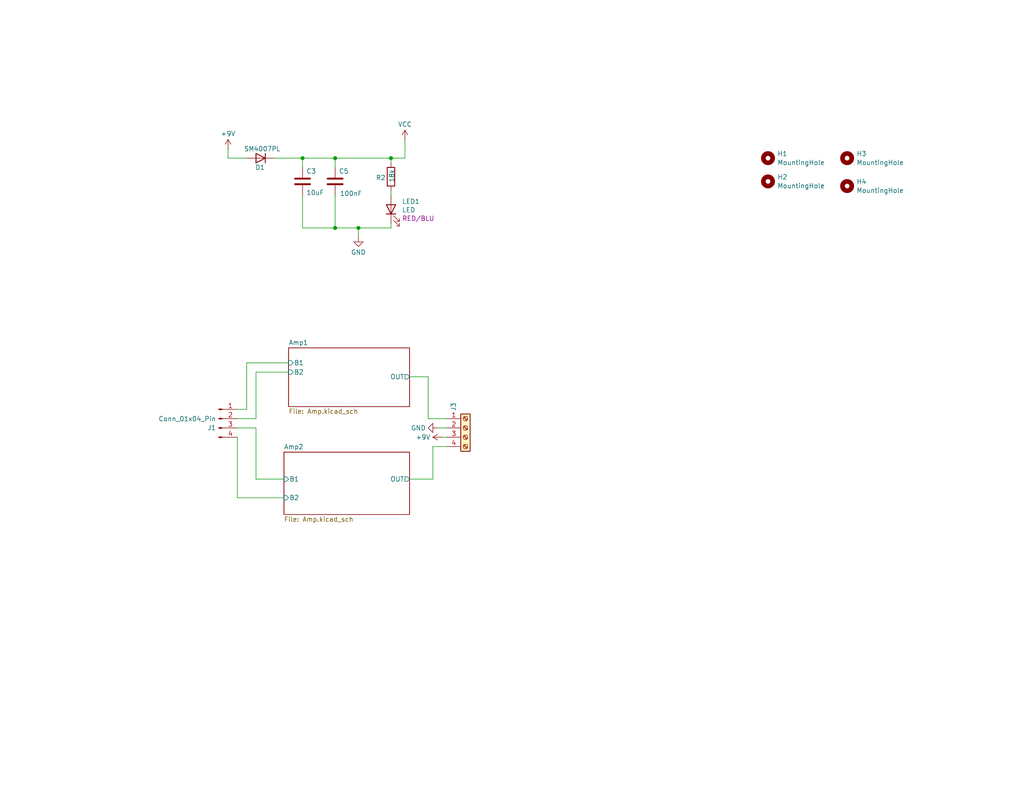
<source format=kicad_sch>
(kicad_sch (version 20231120) (generator "eeschema") (generator_version "8.0")
  (paper "USLetter")
  (title_block (title "Dual Strain Guage Amp") (date "2025-01-22") (rev "V1.0") (company "Gannon University") (comment 1 "DESIGN:  Jake Lehotsky") (comment 2 "ENGINEERING: Matteo Tomasi"))
  (lib_symbols
    (symbol "Connector:Conn_01x04_Pin" (pin_names (offset 1.016) hide)
      (property "Reference" "J" (at 0 5.08 0))
      (property "Value" "Conn_01x04_Pin" (at 0 -7.62 0))
      (symbol "Conn_01x04_Pin_1_1"
        (polyline (pts (xy 1.27 -5.08) (xy 0.8636 -5.08)) (stroke (width 0.1524)))
        (polyline (pts (xy 1.27 -2.54) (xy 0.8636 -2.54)) (stroke (width 0.1524)))
        (polyline (pts (xy 1.27 0) (xy 0.8636 0)) (stroke (width 0.1524)))
        (polyline (pts (xy 1.27 2.54) (xy 0.8636 2.54)) (stroke (width 0.1524)))
        (rectangle (start 0.8636 -4.953) (end 0 -5.207) (stroke (width 0.1524)) (fill (type outline)))
        (rectangle (start 0.8636 -2.413) (end 0 -2.667) (stroke (width 0.1524)) (fill (type outline)))
        (rectangle (start 0.8636 0.127) (end 0 -0.127) (stroke (width 0.1524)) (fill (type outline)))
        (rectangle (start 0.8636 2.667) (end 0 2.413) (stroke (width 0.1524)) (fill (type outline)))
        (pin passive line (at 5.08 2.54 180) (length 3.81) (name "Pin_1") (number "1"))
        (pin passive line (at 5.08 0 180) (length 3.81) (name "Pin_2") (number "2"))
        (pin passive line (at 5.08 -2.54 180) (length 3.81) (name "Pin_3") (number "3"))
        (pin passive line (at 5.08 -5.08 180) (length 3.81) (name "Pin_4") (number "4"))
      )
    )
    (symbol "Connector:Screw_Terminal_01x04" (pin_names (offset 1.016) hide)
      (property "Reference" "J" (at 0 5.08 0))
      (property "Value" "Screw_Terminal_01x04" (at 0 -7.62 0))
      (symbol "Screw_Terminal_01x04_1_1"
        (rectangle (start -1.27 3.81) (end 1.27 -6.35) (stroke (width 0.254)) (fill (type background)))
        (circle (center 0 -5.08) (radius 0.635) (stroke (width 0.1524)))
        (circle (center 0 -2.54) (radius 0.635) (stroke (width 0.1524)))
        (polyline (pts (xy -0.5334 -4.7498) (xy 0.3302 -5.588)) (stroke (width 0.1524)))
        (polyline (pts (xy -0.5334 -2.2098) (xy 0.3302 -3.048)) (stroke (width 0.1524)))
        (polyline (pts (xy -0.5334 0.3302) (xy 0.3302 -0.508)) (stroke (width 0.1524)))
        (polyline (pts (xy -0.5334 2.8702) (xy 0.3302 2.032)) (stroke (width 0.1524)))
        (polyline (pts (xy -0.3556 -4.572) (xy 0.508 -5.4102)) (stroke (width 0.1524)))
        (polyline (pts (xy -0.3556 -2.032) (xy 0.508 -2.8702)) (stroke (width 0.1524)))
        (polyline (pts (xy -0.3556 0.508) (xy 0.508 -0.3302)) (stroke (width 0.1524)))
        (polyline (pts (xy -0.3556 3.048) (xy 0.508 2.2098)) (stroke (width 0.1524)))
        (circle (center 0 0) (radius 0.635) (stroke (width 0.1524)))
        (circle (center 0 2.54) (radius 0.635) (stroke (width 0.1524)))
        (pin passive line (at -5.08 2.54 0) (length 3.81) (name "Pin_1") (number "1"))
        (pin passive line (at -5.08 0 0) (length 3.81) (name "Pin_2") (number "2"))
        (pin passive line (at -5.08 -2.54 0) (length 3.81) (name "Pin_3") (number "3"))
        (pin passive line (at -5.08 -5.08 0) (length 3.81) (name "Pin_4") (number "4"))
      )
    )
    (symbol "Device:C" (pin_numbers hide) (pin_names (offset 0.254))
      (property "Reference" "C" (at 0.635 2.54 0))
      (property "Value" "C" (at 0.635 -2.54 0))
      (symbol "C_0_1"
        (polyline (pts (xy -2.032 -0.762) (xy 2.032 -0.762)) (stroke (width 0.508)))
        (polyline (pts (xy -2.032 0.762) (xy 2.032 0.762)) (stroke (width 0.508)))
      )
      (symbol "C_1_1"
        (pin passive line (at 0 3.81 270) (length 2.794) (name "~") (number "1"))
        (pin passive line (at 0 -3.81 90) (length 2.794) (name "~") (number "2"))
      )
    )
    (symbol "Device:D" (pin_numbers hide) (pin_names (offset 1.016) hide)
      (property "Reference" "D" (at 0 2.54 0))
      (property "Value" "D" (at 0 -2.54 0))
      (symbol "D_0_1"
        (polyline (pts (xy -1.27 1.27) (xy -1.27 -1.27)) (stroke (width 0.254)))
        (polyline (pts (xy 1.27 0) (xy -1.27 0)))
        (polyline (pts (xy 1.27 1.27) (xy 1.27 -1.27) (xy -1.27 0) (xy 1.27 1.27)) (stroke (width 0.254)))
      )
      (symbol "D_1_1"
        (pin passive line (at -3.81 0 0) (length 2.54) (name "K") (number "1"))
        (pin passive line (at 3.81 0 180) (length 2.54) (name "A") (number "2"))
      )
    )
    (symbol "Device:LED" (pin_numbers hide) (pin_names (offset 1.016) hide)
      (property "Reference" "D" (at 0 2.54 0))
      (property "Value" "LED" (at 0 -2.54 0))
      (symbol "LED_0_1"
        (polyline (pts (xy -1.27 -1.27) (xy -1.27 1.27)) (stroke (width 0.254)))
        (polyline (pts (xy -1.27 0) (xy 1.27 0)))
        (polyline (pts (xy 1.27 -1.27) (xy 1.27 1.27) (xy -1.27 0) (xy 1.27 -1.27)) (stroke (width 0.254)))
        (polyline (pts (xy -3.048 -0.762) (xy -4.572 -2.286) (xy -3.81 -2.286) (xy -4.572 -2.286) (xy -4.572 -1.524)))
        (polyline (pts (xy -1.778 -0.762) (xy -3.302 -2.286) (xy -2.54 -2.286) (xy -3.302 -2.286) (xy -3.302 -1.524)))
      )
      (symbol "LED_1_1"
        (pin passive line (at -3.81 0 0) (length 2.54) (name "K") (number "1"))
        (pin passive line (at 3.81 0 180) (length 2.54) (name "A") (number "2"))
      )
    )
    (symbol "Device:R" (pin_numbers hide) (pin_names (offset 0))
      (property "Reference" "R" (at 2.032 0 90))
      (property "Value" "R" (at 0 0 90))
      (symbol "R_0_1"
        (rectangle (start -1.016 -2.54) (end 1.016 2.54) (stroke (width 0.254)))
      )
      (symbol "R_1_1"
        (pin passive line (at 0 3.81 270) (length 1.27) (name "~") (number "1"))
        (pin passive line (at 0 -3.81 90) (length 1.27) (name "~") (number "2"))
      )
    )
    (symbol "Mechanical:MountingHole" (pin_names (offset 1.016)) (exclude_from_sim yes) (in_bom no)
      (property "Reference" "H" (at 0 5.08 0))
      (property "Value" "MountingHole" (at 0 3.175 0))
      (symbol "MountingHole_0_1"
        (circle (center 0 0) (radius 1.27) (stroke (width 1.27)))
      )
    )
    (symbol "power:+9V" (power) (pin_numbers hide) (pin_names (offset 0) hide)
      (property "Value" "+9V" (at 0 3.556 0))
      (symbol "+9V_0_1"
        (polyline (pts (xy -0.762 1.27) (xy 0 2.54)))
        (polyline (pts (xy 0 0) (xy 0 2.54)))
        (polyline (pts (xy 0 2.54) (xy 0.762 1.27)))
      )
      (symbol "+9V_1_1"
        (pin power_in line (at 0 0 90) (length 0) (name "~") (number "1"))
      )
    )
    (symbol "power:GND" (power) (pin_names (offset 0))
      (property "Value" "GND" (at 0 -3.81 0))
      (symbol "GND_0_1"
        (polyline (pts (xy 0 0) (xy 0 -1.27) (xy 1.27 -1.27) (xy 0 -2.54) (xy -1.27 -1.27) (xy 0 -1.27)))
      )
      (symbol "GND_1_1"
        (pin power_in line (at 0 0 270) (length 0) hide (name "GND") (number "1"))
      )
    )
    (symbol "power:VCC" (power) (pin_numbers hide) (pin_names (offset 0) hide)
      (property "Value" "VCC" (at 0 3.556 0))
      (symbol "VCC_0_1"
        (polyline (pts (xy -0.762 1.27) (xy 0 2.54)))
        (polyline (pts (xy 0 0) (xy 0 2.54)))
        (polyline (pts (xy 0 2.54) (xy 0.762 1.27)))
      )
      (symbol "VCC_1_1"
        (pin power_in line (at 0 0 90) (length 0) (name "~") (number "1"))
      )
    )
  )
  (junction (at 82.55 43.18))
  (junction (at 91.44 62.23))
  (junction (at 106.68 43.18))
  (junction (at 97.79 62.23))
  (junction (at 91.44 43.18))
  (wire (pts (xy 74.93 43.18) (xy 82.55 43.18)))
  (wire (pts (xy 69.85 130.81) (xy 77.47 130.81)))
  (wire (pts (xy 69.85 101.6) (xy 69.85 114.3)))
  (wire (pts (xy 69.85 116.84) (xy 69.85 130.81)))
  (wire (pts (xy 97.79 62.23) (xy 106.68 62.23)))
  (wire (pts (xy 64.77 116.84) (xy 69.85 116.84)))
  (wire (pts (xy 82.55 62.23) (xy 91.44 62.23)))
  (wire (pts (xy 91.44 45.72) (xy 91.44 43.18)))
  (wire (pts (xy 111.76 102.87) (xy 116.84 102.87)))
  (wire (pts (xy 121.92 121.92) (xy 118.11 121.92)))
  (wire (pts (xy 64.77 135.89) (xy 77.47 135.89)))
  (wire (pts (xy 62.23 40.64) (xy 62.23 43.18)))
  (wire (pts (xy 67.31 99.06) (xy 78.74 99.06)))
  (wire (pts (xy 78.74 101.6) (xy 69.85 101.6)))
  (wire (pts (xy 106.68 62.23) (xy 106.68 60.96)))
  (wire (pts (xy 91.44 62.23) (xy 97.79 62.23)))
  (wire (pts (xy 82.55 43.18) (xy 91.44 43.18)))
  (wire (pts (xy 82.55 53.34) (xy 82.55 62.23)))
  (wire (pts (xy 111.76 130.81) (xy 118.11 130.81)))
  (wire (pts (xy 67.31 99.06) (xy 67.31 111.76)))
  (wire (pts (xy 106.68 43.18) (xy 110.49 43.18)))
  (wire (pts (xy 118.11 121.92) (xy 118.11 130.81)))
  (wire (pts (xy 106.68 44.45) (xy 106.68 43.18)))
  (wire (pts (xy 91.44 53.34) (xy 91.44 62.23)))
  (wire (pts (xy 69.85 114.3) (xy 64.77 114.3)))
  (wire (pts (xy 116.84 102.87) (xy 116.84 114.3)))
  (wire (pts (xy 67.31 111.76) (xy 64.77 111.76)))
  (wire (pts (xy 91.44 43.18) (xy 106.68 43.18)))
  (wire (pts (xy 66.04 43.18) (xy 67.31 43.18)))
  (wire (pts (xy 120.65 119.38) (xy 121.92 119.38)))
  (wire (pts (xy 119.38 116.84) (xy 121.92 116.84)))
  (wire (pts (xy 110.49 38.1) (xy 110.49 43.18)))
  (wire (pts (xy 64.77 119.38) (xy 64.77 135.89)))
  (wire (pts (xy 106.68 53.34) (xy 106.68 52.07)))
  (wire (pts (xy 62.23 43.18) (xy 66.04 43.18)) (stroke (width 0.1524)))
  (wire (pts (xy 97.79 62.23) (xy 97.79 64.77)))
  (wire (pts (xy 116.84 114.3) (xy 121.92 114.3)))
  (wire (pts (xy 82.55 45.72) (xy 82.55 43.18)))
  (symbol (lib_id "Device:D") (at 71.12 43.18 180) (unit 1)
    (property "Reference" "D1" (at 69.596 45.72 0) (effects (justify right)))
    (property "Value" "SM4007PL" (at 66.548 40.64 0) (effects (justify right)))
    (property "Footprint" "Diode_SMD:D_SOD-123F" (effects (hide yes)))
    (property "LCSC" "C64898" (effects (hide yes)))
  )
  (symbol (lib_id "Device:R") (at 106.68 48.26 0) (unit 1)
    (property "Reference" "R2" (at 103.886 48.514 0))
    (property "Value" "18k" (at 106.934 48.006 90))
    (property "Footprint" "Resistor_SMD:R_0805_2012Metric" (effects (hide yes)))
    (property "LCSC" "C17506" (effects (hide yes)))
  )
  (symbol (lib_id "power:VCC") (at 110.49 38.1 0) (unit 1)
    (property "Reference" "#PWR01" (effects (hide yes)))
    (property "Value" "VCC" (at 110.49 33.9669 0))
    (property "Description" "Power symbol creates a global label with name \"VCC\"" (effects (hide yes)))
  )
  (symbol (lib_id "Mechanical:MountingHole") (at 209.55 49.53 0) (unit 1) (exclude_from_sim yes) (in_bom no)
    (property "Reference" "H2" (at 212.09 48.3178 0) (effects (justify left)))
    (property "Value" "MountingHole" (at 212.09 50.7421 0) (effects (justify left)))
    (property "Footprint" "MountingHole:MountingHole_2.2mm_M2" (effects (hide yes)))
    (property "Description" "Mounting Hole without connection" (effects (hide yes)))
  )
  (symbol (lib_id "power:+9V") (at 120.65 119.38 90) (unit 1)
    (property "Reference" "#PWR010" (effects (hide yes)))
    (property "Value" "+9V" (at 117.4751 119.38 90) (effects (justify left)))
    (property "Description" "Power symbol creates a global label with name \"+9V\"" (effects (hide yes)))
  )
  (symbol (lib_id "power:+9V") (at 62.23 40.64 0) (unit 1)
    (property "Reference" "#PWR014" (effects (hide yes)))
    (property "Value" "+9V" (at 62.23 36.5069 0))
    (property "Description" "Power symbol creates a global label with name \"+9V\"" (effects (hide yes)))
  )
  (symbol (lib_id "Device:LED") (at 106.68 57.15 90) (unit 1)
    (property "Reference" "LED1" (at 109.6772 55.0164 90) (effects (justify right)))
    (property "Value" "LED" (at 109.6772 57.3278 90) (effects (justify right)))
    (property "Footprint" "LED_SMD:LED_0805_2012Metric" (effects (hide yes)))
    (property "Color" "RED/BLU" (at 109.6772 59.6392 90) (effects (justify right)))
    (property "LCSC" "C2297" (effects (hide yes)))
  )
  (symbol (lib_id "power:GND") (at 97.79 64.77 0) (unit 1)
    (property "Reference" "#PWR06" (effects (hide yes)))
    (property "Value" "GND" (at 97.79 68.9031 0))
  )
  (symbol (lib_id "Device:C") (at 91.44 49.53 0) (unit 1)
    (property "Reference" "C5" (at 92.456 46.736 0) (effects (justify left)))
    (property "Value" "100nF" (at 92.71 52.832 0) (effects (justify left)))
    (property "Footprint" "Capacitor_SMD:C_0805_2012Metric" (effects (hide yes)))
    (property "LCSC" "C49678" (effects (hide yes)))
  )
  (symbol (lib_id "Connector:Conn_01x04_Pin") (at 59.69 114.3 0) (unit 1) (in_bom no)
    (property "Reference" "J1" (at 58.9788 116.7822 0) (effects (justify right)))
    (property "Value" "Conn_01x04_Pin" (at 58.9788 114.3579 0) (effects (justify right)))
    (property "Footprint" "Connector_PinHeader_2.54mm:PinHeader_1x04_P2.54mm_Vertical" (effects (hide yes)))
    (property "Description" "Generic connector, single row, 01x04, script generated" (effects (hide yes)))
  )
  (symbol (lib_id "power:GND") (at 119.38 116.84 270) (unit 1)
    (property "Reference" "#PWR013" (effects (hide yes)))
    (property "Value" "GND" (at 116.2051 116.84 90) (effects (justify right)))
  )
  (symbol (lib_id "Mechanical:MountingHole") (at 209.55 43.18 0) (unit 1) (exclude_from_sim yes) (in_bom no)
    (property "Reference" "H1" (at 212.09 41.9678 0) (effects (justify left)))
    (property "Value" "MountingHole" (at 212.09 44.3921 0) (effects (justify left)))
    (property "Footprint" "MountingHole:MountingHole_2.2mm_M2" (effects (hide yes)))
    (property "Description" "Mounting Hole without connection" (effects (hide yes)))
  )
  (symbol (lib_id "Mechanical:MountingHole") (at 231.14 43.18 0) (unit 1) (exclude_from_sim yes) (in_bom no)
    (property "Reference" "H3" (at 233.68 41.9678 0) (effects (justify left)))
    (property "Value" "MountingHole" (at 233.68 44.3921 0) (effects (justify left)))
    (property "Footprint" "MountingHole:MountingHole_2.2mm_M2" (effects (hide yes)))
    (property "Description" "Mounting Hole without connection" (effects (hide yes)))
  )
  (symbol (lib_id "Mechanical:MountingHole") (at 231.14 50.8 0) (unit 1) (exclude_from_sim yes) (in_bom no)
    (property "Reference" "H4" (at 233.68 49.5878 0) (effects (justify left)))
    (property "Value" "MountingHole" (at 233.68 52.0121 0) (effects (justify left)))
    (property "Footprint" "MountingHole:MountingHole_2.2mm_M2" (effects (hide yes)))
    (property "Description" "Mounting Hole without connection" (effects (hide yes)))
  )
  (symbol (lib_id "Connector:Screw_Terminal_01x04") (at 127 116.84 0) (unit 1)
    (property "Reference" "J3" (at 123.7488 112.268 90) (effects (justify left)))
    (property "Value" "Screw_Terminal_01x04" (effects (hide yes)))
    (property "Footprint" "TerminalBlock_Phoenix:TerminalBlock_Phoenix_MKDS-1,5-4-5.08_1x04_P5.08mm_Horizontal" (effects (hide yes)))
    (property "LCSC" "C2827883" (effects (hide yes)))
  )
  (symbol (lib_id "Device:C") (at 82.55 49.53 0) (unit 1)
    (property "Reference" "C3" (at 83.566 46.736 0) (effects (justify left)))
    (property "Value" "10uF" (at 83.566 52.578 0) (effects (justify left)))
    (property "Footprint" "Capacitor_SMD:C_0805_2012Metric" (effects (hide yes)))
    (property "LCSC" "C15850" (effects (hide yes)))
  )
  (sheet (at 77.47 123.444) (size 34.29 17.018) (stroke (width 0.1524))
    (property "Sheetname" "Amp2" (at 77.47 122.7324 0) (effects (justify left bottom)))
    (property "Sheetfile" "Amp.kicad_sch" (at 77.47 141.0466 0) (effects (justify left top)))
    (pin "B1" input (at 77.47 130.81 180))
    (pin "B2" input (at 77.47 135.89 180))
    (pin "OUT" output (at 111.76 130.81 0))
  )
  (sheet (at 78.74 94.996) (size 33.02 16.002) (stroke (width 0.1524))
    (property "Sheetname" "Amp1" (at 78.74 94.2844 0) (effects (justify left bottom)))
    (property "Sheetfile" "Amp.kicad_sch" (at 78.74 111.5826 0) (effects (justify left top)))
    (pin "B1" input (at 78.74 99.06 180))
    (pin "B2" input (at 78.74 101.6 180))
    (pin "OUT" output (at 111.76 102.87 0))
  )
)
</source>
